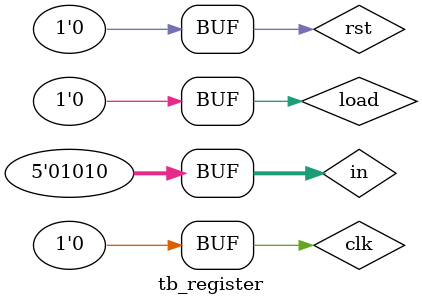
<source format=sv>
`timescale 1ns/10ps

module tb_register ();
    
    localparam WIDTH = 5;

    logic clk, rst, load;
    logic[WIDTH-1:0] in, out;
    
    register 
    #(
        .WIDTH (WIDTH )
    )
    u_register(
    	.clk  (clk  ),
        .rst  (rst  ),
        .load (load ),
        .in   (in   ),
        .out  (out  )
    );
        

    localparam PERIOD = 10;

    always 
    begin
        clk = 1'b1;
        #(PERIOD/2);

        clk = 1'b0;
        #(PERIOD/2);    
    end

    initial begin
        rst = 1'b1;

        load = 1'b0;

        #(3.25*PERIOD);

        rst = 1'b0;

        #(2*PERIOD);

        in = 5'b10101;
        load = 1'b1;

        #PERIOD;

        load = 1'b0;
        
        #(2*PERIOD);

        in = 5'b01010;
        load = 1'b1;

        #PERIOD;

        load = 1'b0;

        #(3*PERIOD);

    end

endmodule
</source>
